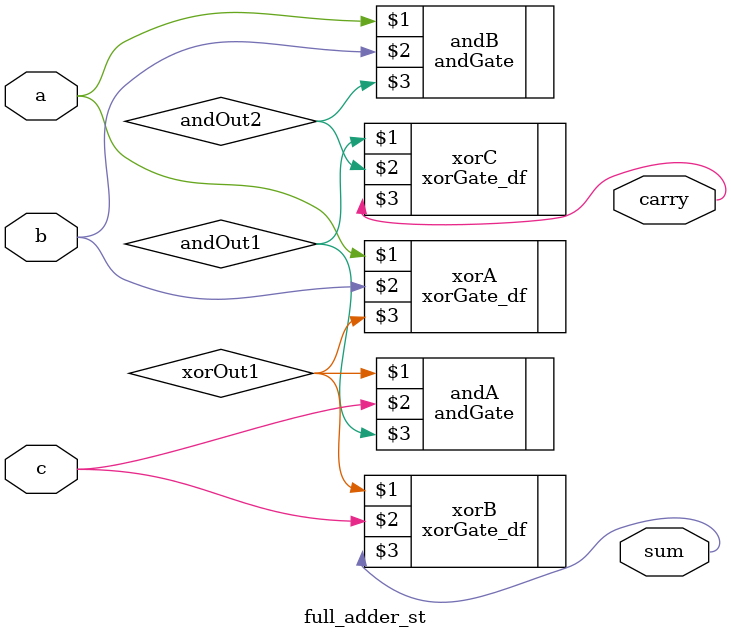
<source format=v>
`include "xorGate_df.v"
`include "andGate.v"

module full_adder_st(output sum, carry, input a,b,c);
    wire xorOut1, xorOut2, xorOut3;
    wire andOut1, andOut2;

    // instantiate xor gates
    xorGate_df xorA(a,b,xorOut1);
    xorGate_df xorB(xorOut1,c,sum); //sum
    xorGate_df xorC(andOut1,andOut2,carry); //carry

    // instantiate and gates
    andGate andA(xorOut1,c,andOut1);
    andGate andB(a,b,andOut2);

endmodule
</source>
